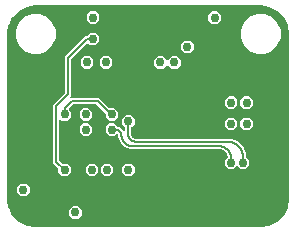
<source format=gbr>
G04 EAGLE Gerber RS-274X export*
G75*
%MOMM*%
%FSLAX34Y34*%
%LPD*%
%INCopper Layer 2*%
%IPPOS*%
%AMOC8*
5,1,8,0,0,1.08239X$1,22.5*%
G01*
G04 Define Apertures*
%ADD10C,0.756400*%
%ADD11C,0.203200*%
G36*
X216019Y1279D02*
X215900Y1270D01*
X25400Y1270D01*
X25281Y1279D01*
X18060Y2423D01*
X17833Y2497D01*
X11319Y5816D01*
X11126Y5956D01*
X5956Y11126D01*
X5816Y11319D01*
X2497Y17833D01*
X2423Y18060D01*
X1279Y25281D01*
X1270Y25400D01*
X1270Y165100D01*
X1279Y165219D01*
X2423Y172440D01*
X2497Y172667D01*
X5816Y179181D01*
X5956Y179374D01*
X11126Y184544D01*
X11319Y184684D01*
X17833Y188003D01*
X18060Y188077D01*
X25281Y189221D01*
X25400Y189230D01*
X215900Y189230D01*
X216019Y189221D01*
X223240Y188077D01*
X223467Y188003D01*
X229981Y184684D01*
X230174Y184544D01*
X235344Y179374D01*
X235484Y179181D01*
X238803Y172667D01*
X238877Y172440D01*
X240021Y165219D01*
X240030Y165100D01*
X240030Y25400D01*
X240021Y25281D01*
X238877Y18060D01*
X238803Y17833D01*
X235484Y11319D01*
X235344Y11126D01*
X230174Y5956D01*
X229981Y5816D01*
X223467Y2497D01*
X223240Y2423D01*
X216019Y1279D01*
G37*
%LPC*%
G36*
X174802Y173694D02*
X179198Y173694D01*
X182306Y176802D01*
X182306Y181198D01*
X179198Y184306D01*
X174802Y184306D01*
X171694Y181198D01*
X171694Y176802D01*
X174802Y173694D01*
G37*
G36*
X71802Y173694D02*
X76198Y173694D01*
X79306Y176802D01*
X79306Y181198D01*
X76198Y184306D01*
X71802Y184306D01*
X68694Y181198D01*
X68694Y176802D01*
X71802Y173694D01*
G37*
G36*
X212540Y148209D02*
X219260Y148209D01*
X225468Y150781D01*
X230220Y155532D01*
X232791Y161740D01*
X232791Y168460D01*
X230220Y174668D01*
X225468Y179420D01*
X219260Y181991D01*
X212540Y181991D01*
X206332Y179420D01*
X201581Y174668D01*
X199009Y168460D01*
X199009Y161740D01*
X201581Y155532D01*
X206332Y150781D01*
X212540Y148209D01*
G37*
G36*
X22040Y148209D02*
X28760Y148209D01*
X34968Y150781D01*
X39720Y155532D01*
X42291Y161740D01*
X42291Y168460D01*
X39720Y174668D01*
X34968Y179420D01*
X28760Y181991D01*
X22040Y181991D01*
X15832Y179420D01*
X11081Y174668D01*
X8509Y168460D01*
X8509Y161740D01*
X11081Y155532D01*
X15832Y150781D01*
X22040Y148209D01*
G37*
G36*
X47802Y44694D02*
X52198Y44694D01*
X55306Y47802D01*
X55306Y52198D01*
X52198Y55306D01*
X48602Y55306D01*
X48316Y55362D01*
X48063Y55529D01*
X45763Y57829D01*
X45600Y58071D01*
X45540Y58368D01*
X45540Y92117D01*
X45587Y92380D01*
X45746Y92638D01*
X45994Y92813D01*
X46290Y92878D01*
X46588Y92823D01*
X46841Y92655D01*
X47802Y91694D01*
X52198Y91694D01*
X55306Y94802D01*
X55306Y99198D01*
X53587Y100917D01*
X53429Y101148D01*
X53364Y101444D01*
X53419Y101742D01*
X53587Y101995D01*
X56829Y105237D01*
X57071Y105400D01*
X57368Y105460D01*
X76632Y105460D01*
X76918Y105404D01*
X77171Y105237D01*
X84471Y97937D01*
X84634Y97696D01*
X84694Y97398D01*
X84694Y94802D01*
X87802Y91694D01*
X92198Y91694D01*
X95306Y94802D01*
X95306Y99198D01*
X92198Y102306D01*
X87602Y102306D01*
X87316Y102362D01*
X87063Y102529D01*
X79052Y110540D01*
X54972Y110540D01*
X54708Y110587D01*
X54450Y110746D01*
X54275Y110994D01*
X54210Y111290D01*
X54265Y111588D01*
X54433Y111841D01*
X55540Y112948D01*
X55540Y143632D01*
X55596Y143918D01*
X55763Y144171D01*
X69005Y157413D01*
X69236Y157571D01*
X69532Y157636D01*
X69830Y157581D01*
X70083Y157413D01*
X71802Y155694D01*
X76198Y155694D01*
X79306Y158802D01*
X79306Y163198D01*
X76198Y166306D01*
X71802Y166306D01*
X69259Y163763D01*
X69018Y163600D01*
X68721Y163540D01*
X67948Y163540D01*
X50460Y146052D01*
X50460Y115368D01*
X50404Y115082D01*
X50237Y114829D01*
X40460Y105052D01*
X40460Y55948D01*
X44471Y51937D01*
X44634Y51696D01*
X44694Y51398D01*
X44694Y47802D01*
X47802Y44694D01*
G37*
G36*
X151802Y148694D02*
X156198Y148694D01*
X159306Y151802D01*
X159306Y156198D01*
X156198Y159306D01*
X151802Y159306D01*
X148694Y156198D01*
X148694Y151802D01*
X151802Y148694D01*
G37*
G36*
X128802Y135694D02*
X133198Y135694D01*
X136461Y138957D01*
X136692Y139115D01*
X136988Y139180D01*
X137286Y139125D01*
X137539Y138957D01*
X140802Y135694D01*
X145198Y135694D01*
X148306Y138802D01*
X148306Y143198D01*
X145198Y146306D01*
X140802Y146306D01*
X137539Y143043D01*
X137308Y142885D01*
X137012Y142820D01*
X136714Y142875D01*
X136461Y143043D01*
X133198Y146306D01*
X128802Y146306D01*
X125694Y143198D01*
X125694Y138802D01*
X128802Y135694D01*
G37*
G36*
X82802Y135694D02*
X87198Y135694D01*
X90306Y138802D01*
X90306Y143198D01*
X87198Y146306D01*
X82802Y146306D01*
X79694Y143198D01*
X79694Y138802D01*
X82802Y135694D01*
G37*
G36*
X66802Y135694D02*
X71198Y135694D01*
X74306Y138802D01*
X74306Y143198D01*
X71198Y146306D01*
X66802Y146306D01*
X63694Y143198D01*
X63694Y138802D01*
X66802Y135694D01*
G37*
G36*
X201802Y101694D02*
X206198Y101694D01*
X209306Y104802D01*
X209306Y109198D01*
X206198Y112306D01*
X201802Y112306D01*
X198694Y109198D01*
X198694Y104802D01*
X201802Y101694D01*
G37*
G36*
X188802Y101694D02*
X193198Y101694D01*
X196306Y104802D01*
X196306Y109198D01*
X193198Y112306D01*
X188802Y112306D01*
X185694Y109198D01*
X185694Y104802D01*
X188802Y101694D01*
G37*
G36*
X65802Y91694D02*
X70198Y91694D01*
X73306Y94802D01*
X73306Y99198D01*
X70198Y102306D01*
X65802Y102306D01*
X62694Y99198D01*
X62694Y94802D01*
X65802Y91694D01*
G37*
G36*
X188802Y50694D02*
X193198Y50694D01*
X195461Y52957D01*
X195692Y53115D01*
X195988Y53180D01*
X196286Y53125D01*
X196539Y52957D01*
X198802Y50694D01*
X203198Y50694D01*
X206306Y53802D01*
X206306Y58198D01*
X203763Y60741D01*
X203600Y60982D01*
X203540Y61279D01*
X203540Y64091D01*
X201174Y69803D01*
X196803Y74174D01*
X191091Y76540D01*
X110000Y76540D01*
X109803Y76566D01*
X108454Y76927D01*
X108112Y77125D01*
X107125Y78112D01*
X106927Y78454D01*
X106566Y79803D01*
X106540Y80000D01*
X106540Y85789D01*
X106596Y86075D01*
X106763Y86327D01*
X109306Y88870D01*
X109306Y93266D01*
X106198Y96374D01*
X101802Y96374D01*
X98694Y93266D01*
X98694Y88870D01*
X101237Y86327D01*
X101400Y86086D01*
X101460Y85789D01*
X101460Y83003D01*
X101443Y82841D01*
X101321Y82563D01*
X101100Y82355D01*
X100816Y82250D01*
X100513Y82264D01*
X100239Y82395D01*
X100038Y82622D01*
X98788Y84788D01*
X95752Y86540D01*
X95279Y86540D01*
X94993Y86596D01*
X94741Y86763D01*
X92198Y89306D01*
X87802Y89306D01*
X84694Y86198D01*
X84694Y81802D01*
X87802Y78694D01*
X92198Y78694D01*
X94135Y80631D01*
X94453Y80821D01*
X94755Y80850D01*
X95044Y80758D01*
X95274Y80561D01*
X95409Y80289D01*
X95434Y80197D01*
X95460Y80000D01*
X95460Y77506D01*
X97369Y72897D01*
X100897Y69369D01*
X105506Y67460D01*
X181000Y67460D01*
X181197Y67434D01*
X184546Y66537D01*
X184888Y66339D01*
X187339Y63888D01*
X187537Y63546D01*
X188164Y61206D01*
X188190Y61021D01*
X188134Y60723D01*
X187966Y60470D01*
X185694Y58198D01*
X185694Y53802D01*
X188802Y50694D01*
G37*
G36*
X201802Y83694D02*
X206198Y83694D01*
X209306Y86802D01*
X209306Y91198D01*
X206198Y94306D01*
X201802Y94306D01*
X198694Y91198D01*
X198694Y86802D01*
X201802Y83694D01*
G37*
G36*
X188802Y83694D02*
X193198Y83694D01*
X196306Y86802D01*
X196306Y91198D01*
X193198Y94306D01*
X188802Y94306D01*
X185694Y91198D01*
X185694Y86802D01*
X188802Y83694D01*
G37*
G36*
X65802Y78694D02*
X70198Y78694D01*
X73306Y81802D01*
X73306Y86198D01*
X70198Y89306D01*
X65802Y89306D01*
X62694Y86198D01*
X62694Y81802D01*
X65802Y78694D01*
G37*
G36*
X101802Y44694D02*
X106198Y44694D01*
X109306Y47802D01*
X109306Y52198D01*
X106198Y55306D01*
X101802Y55306D01*
X98694Y52198D01*
X98694Y47802D01*
X101802Y44694D01*
G37*
G36*
X83802Y44694D02*
X88198Y44694D01*
X91306Y47802D01*
X91306Y52198D01*
X88198Y55306D01*
X83802Y55306D01*
X80694Y52198D01*
X80694Y47802D01*
X83802Y44694D01*
G37*
G36*
X70802Y44694D02*
X75198Y44694D01*
X78306Y47802D01*
X78306Y52198D01*
X75198Y55306D01*
X70802Y55306D01*
X67694Y52198D01*
X67694Y47802D01*
X70802Y44694D01*
G37*
G36*
X12802Y27694D02*
X17198Y27694D01*
X20306Y30802D01*
X20306Y35198D01*
X17198Y38306D01*
X12802Y38306D01*
X9694Y35198D01*
X9694Y30802D01*
X12802Y27694D01*
G37*
G36*
X56802Y8694D02*
X61198Y8694D01*
X64306Y11802D01*
X64306Y16198D01*
X61198Y19306D01*
X56802Y19306D01*
X53694Y16198D01*
X53694Y11802D01*
X56802Y8694D01*
G37*
%LPD*%
D10*
X216000Y56000D03*
X227000Y56000D03*
X207000Y125000D03*
X218000Y125000D03*
X229000Y125000D03*
X15000Y19000D03*
X26000Y19000D03*
X37000Y19000D03*
X191000Y56000D03*
D11*
X191000Y60000D01*
X190997Y60242D01*
X190988Y60483D01*
X190974Y60724D01*
X190953Y60965D01*
X190927Y61205D01*
X190895Y61445D01*
X190857Y61684D01*
X190814Y61921D01*
X190764Y62158D01*
X190709Y62393D01*
X190649Y62627D01*
X190582Y62859D01*
X190511Y63090D01*
X190433Y63319D01*
X190350Y63546D01*
X190262Y63771D01*
X190168Y63994D01*
X190069Y64214D01*
X189964Y64432D01*
X189855Y64647D01*
X189740Y64860D01*
X189620Y65070D01*
X189495Y65276D01*
X189365Y65480D01*
X189230Y65681D01*
X189090Y65878D01*
X188946Y66072D01*
X188797Y66262D01*
X188643Y66448D01*
X188485Y66631D01*
X188323Y66810D01*
X188156Y66985D01*
X187985Y67156D01*
X187810Y67323D01*
X187631Y67485D01*
X187448Y67643D01*
X187262Y67797D01*
X187072Y67946D01*
X186878Y68090D01*
X186681Y68230D01*
X186480Y68365D01*
X186276Y68495D01*
X186070Y68620D01*
X185860Y68740D01*
X185647Y68855D01*
X185432Y68964D01*
X185214Y69069D01*
X184994Y69168D01*
X184771Y69262D01*
X184546Y69350D01*
X184319Y69433D01*
X184090Y69511D01*
X183859Y69582D01*
X183627Y69649D01*
X183393Y69709D01*
X183158Y69764D01*
X182921Y69814D01*
X182684Y69857D01*
X182445Y69895D01*
X182205Y69927D01*
X181965Y69953D01*
X181724Y69974D01*
X181483Y69988D01*
X181242Y69997D01*
X181000Y70000D01*
X108000Y70000D01*
D10*
X90000Y84000D03*
D11*
X98000Y80000D02*
X98003Y79758D01*
X98012Y79517D01*
X98026Y79276D01*
X98047Y79035D01*
X98073Y78795D01*
X98105Y78555D01*
X98143Y78316D01*
X98186Y78079D01*
X98236Y77842D01*
X98291Y77607D01*
X98351Y77373D01*
X98418Y77141D01*
X98489Y76910D01*
X98567Y76681D01*
X98650Y76454D01*
X98738Y76229D01*
X98832Y76006D01*
X98931Y75786D01*
X99036Y75568D01*
X99145Y75353D01*
X99260Y75140D01*
X99380Y74930D01*
X99505Y74724D01*
X99635Y74520D01*
X99770Y74319D01*
X99910Y74122D01*
X100054Y73928D01*
X100203Y73738D01*
X100357Y73552D01*
X100515Y73369D01*
X100677Y73190D01*
X100844Y73015D01*
X101015Y72844D01*
X101190Y72677D01*
X101369Y72515D01*
X101552Y72357D01*
X101738Y72203D01*
X101928Y72054D01*
X102122Y71910D01*
X102319Y71770D01*
X102520Y71635D01*
X102724Y71505D01*
X102930Y71380D01*
X103140Y71260D01*
X103353Y71145D01*
X103568Y71036D01*
X103786Y70931D01*
X104006Y70832D01*
X104229Y70738D01*
X104454Y70650D01*
X104681Y70567D01*
X104910Y70489D01*
X105141Y70418D01*
X105373Y70351D01*
X105607Y70291D01*
X105842Y70236D01*
X106079Y70186D01*
X106316Y70143D01*
X106555Y70105D01*
X106795Y70073D01*
X107035Y70047D01*
X107276Y70026D01*
X107517Y70012D01*
X107758Y70003D01*
X108000Y70000D01*
X98000Y80000D02*
X97998Y80126D01*
X97992Y80251D01*
X97982Y80376D01*
X97968Y80501D01*
X97951Y80626D01*
X97929Y80750D01*
X97904Y80873D01*
X97874Y80995D01*
X97841Y81116D01*
X97804Y81236D01*
X97764Y81355D01*
X97719Y81472D01*
X97671Y81589D01*
X97619Y81703D01*
X97564Y81816D01*
X97505Y81927D01*
X97443Y82036D01*
X97377Y82143D01*
X97308Y82248D01*
X97236Y82351D01*
X97161Y82452D01*
X97082Y82550D01*
X97000Y82645D01*
X96916Y82738D01*
X96828Y82828D01*
X96738Y82916D01*
X96645Y83000D01*
X96550Y83082D01*
X96452Y83161D01*
X96351Y83236D01*
X96248Y83308D01*
X96143Y83377D01*
X96036Y83443D01*
X95927Y83505D01*
X95816Y83564D01*
X95703Y83619D01*
X95589Y83671D01*
X95472Y83719D01*
X95355Y83764D01*
X95236Y83804D01*
X95116Y83841D01*
X94995Y83874D01*
X94873Y83904D01*
X94750Y83929D01*
X94626Y83951D01*
X94501Y83968D01*
X94376Y83982D01*
X94251Y83992D01*
X94126Y83998D01*
X94000Y84000D01*
X90000Y84000D01*
D10*
X201000Y56000D03*
D11*
X201000Y61000D01*
X200996Y61314D01*
X200985Y61628D01*
X200966Y61942D01*
X200939Y62255D01*
X200905Y62567D01*
X200864Y62878D01*
X200814Y63189D01*
X200758Y63498D01*
X200694Y63805D01*
X200622Y64111D01*
X200543Y64415D01*
X200457Y64717D01*
X200364Y65017D01*
X200263Y65315D01*
X200155Y65610D01*
X200040Y65902D01*
X199918Y66192D01*
X199789Y66478D01*
X199654Y66761D01*
X199511Y67041D01*
X199362Y67318D01*
X199206Y67590D01*
X199043Y67859D01*
X198874Y68124D01*
X198699Y68385D01*
X198517Y68641D01*
X198330Y68893D01*
X198136Y69140D01*
X197936Y69383D01*
X197731Y69621D01*
X197519Y69853D01*
X197303Y70081D01*
X197081Y70303D01*
X196853Y70519D01*
X196621Y70731D01*
X196383Y70936D01*
X196140Y71136D01*
X195893Y71330D01*
X195641Y71517D01*
X195385Y71699D01*
X195124Y71874D01*
X194859Y72043D01*
X194590Y72206D01*
X194318Y72362D01*
X194041Y72511D01*
X193761Y72654D01*
X193478Y72789D01*
X193192Y72918D01*
X192902Y73040D01*
X192610Y73155D01*
X192315Y73263D01*
X192017Y73364D01*
X191717Y73457D01*
X191415Y73543D01*
X191111Y73622D01*
X190805Y73694D01*
X190498Y73758D01*
X190189Y73814D01*
X189878Y73864D01*
X189567Y73905D01*
X189255Y73939D01*
X188942Y73966D01*
X188628Y73985D01*
X188314Y73996D01*
X188000Y74000D01*
X110000Y74000D01*
X109848Y74002D01*
X109696Y74008D01*
X109544Y74017D01*
X109393Y74031D01*
X109242Y74048D01*
X109091Y74069D01*
X108941Y74094D01*
X108792Y74123D01*
X108644Y74155D01*
X108496Y74192D01*
X108349Y74231D01*
X108204Y74275D01*
X108059Y74323D01*
X107916Y74373D01*
X107774Y74428D01*
X107634Y74486D01*
X107495Y74548D01*
X107358Y74613D01*
X107222Y74682D01*
X107088Y74754D01*
X106956Y74829D01*
X106826Y74908D01*
X106698Y74990D01*
X106572Y75075D01*
X106449Y75164D01*
X106327Y75255D01*
X106208Y75350D01*
X106092Y75447D01*
X105978Y75548D01*
X105866Y75651D01*
X105757Y75757D01*
X105651Y75866D01*
X105548Y75978D01*
X105447Y76092D01*
X105350Y76208D01*
X105255Y76327D01*
X105164Y76449D01*
X105075Y76572D01*
X104990Y76698D01*
X104908Y76826D01*
X104829Y76956D01*
X104754Y77088D01*
X104682Y77222D01*
X104613Y77358D01*
X104548Y77495D01*
X104486Y77634D01*
X104428Y77774D01*
X104373Y77916D01*
X104323Y78059D01*
X104275Y78204D01*
X104231Y78349D01*
X104192Y78496D01*
X104155Y78644D01*
X104123Y78792D01*
X104094Y78941D01*
X104069Y79091D01*
X104048Y79242D01*
X104031Y79393D01*
X104017Y79544D01*
X104008Y79696D01*
X104002Y79848D01*
X104000Y80000D01*
D10*
X104000Y91068D03*
D11*
X104000Y80000D01*
D10*
X50000Y50000D03*
D11*
X43000Y57000D01*
X43000Y104000D01*
X53000Y114000D01*
X53000Y145000D01*
X69000Y161000D01*
D10*
X74000Y161000D03*
D11*
X69000Y161000D01*
D10*
X131000Y141000D03*
X104000Y50000D03*
X73000Y50000D03*
X143000Y141000D03*
X154000Y154000D03*
X86000Y50000D03*
X191000Y107000D03*
X204000Y107000D03*
X191000Y89000D03*
X204000Y89000D03*
X15000Y33000D03*
X59000Y14000D03*
X69000Y141000D03*
X85000Y141000D03*
X74000Y179000D03*
X177000Y179000D03*
X68000Y97000D03*
X68000Y84000D03*
X50000Y97000D03*
D11*
X50000Y102000D01*
X56000Y108000D01*
X78000Y108000D01*
X89000Y97000D01*
X90000Y97000D01*
D10*
X90000Y97000D03*
M02*

</source>
